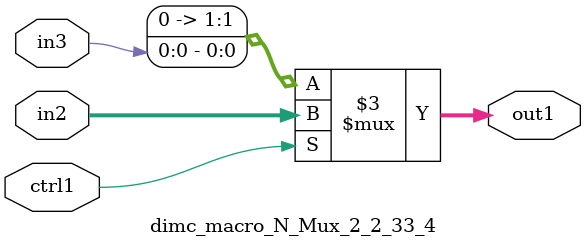
<source format=v>

`timescale 1ps / 1ps


module dimc_macro_N_Mux_2_2_33_4( in3, in2, ctrl1, out1 );

    input in3;
    input [1:0] in2;
    input ctrl1;
    output [1:0] out1;
    reg [1:0] out1;

    
    // rtl_process:dimc_macro_N_Mux_2_2_33_4/dimc_macro_N_Mux_2_2_33_4_thread_1
    always @*
      begin : dimc_macro_N_Mux_2_2_33_4_thread_1
        case (ctrl1) 
          1'b1: 
            begin
              out1 = in2;
            end
          default: 
            begin
              out1 = {1'b0, in3};
            end
        endcase
      end

endmodule



</source>
